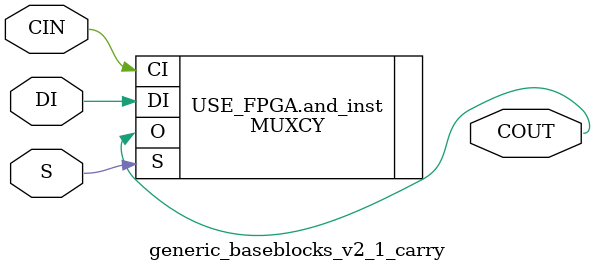
<source format=v>
`timescale 1ps/1ps


(* DowngradeIPIdentifiedWarnings="yes" *) 
module generic_baseblocks_v2_1_carry #
  (
   parameter         C_FAMILY                         = "virtex6"
                       // FPGA Family. Current version: virtex6 or spartan6.
   )
  (
   input  wire        CIN,
   input  wire        S,
   input  wire        DI,
   output wire        COUT
   );
  
  
  /////////////////////////////////////////////////////////////////////////////
  // Variables for generating parameter controlled instances.
  /////////////////////////////////////////////////////////////////////////////
  
  
  /////////////////////////////////////////////////////////////////////////////
  // Local params
  /////////////////////////////////////////////////////////////////////////////
  
  
  /////////////////////////////////////////////////////////////////////////////
  // Functions
  /////////////////////////////////////////////////////////////////////////////
  
  
  /////////////////////////////////////////////////////////////////////////////
  // Internal signals
  /////////////////////////////////////////////////////////////////////////////
  
  
  /////////////////////////////////////////////////////////////////////////////
  // Instantiate or use RTL code
  /////////////////////////////////////////////////////////////////////////////
  
  generate
    if ( C_FAMILY == "rtl" ) begin : USE_RTL
      assign COUT = (CIN & S) | (DI & ~S);
      
    end else begin : USE_FPGA
    
      MUXCY and_inst 
      (
       .O (COUT), 
       .CI (CIN), 
       .DI (DI), 
       .S (S)
      ); 
      
    end
  endgenerate
  
  
endmodule

</source>
